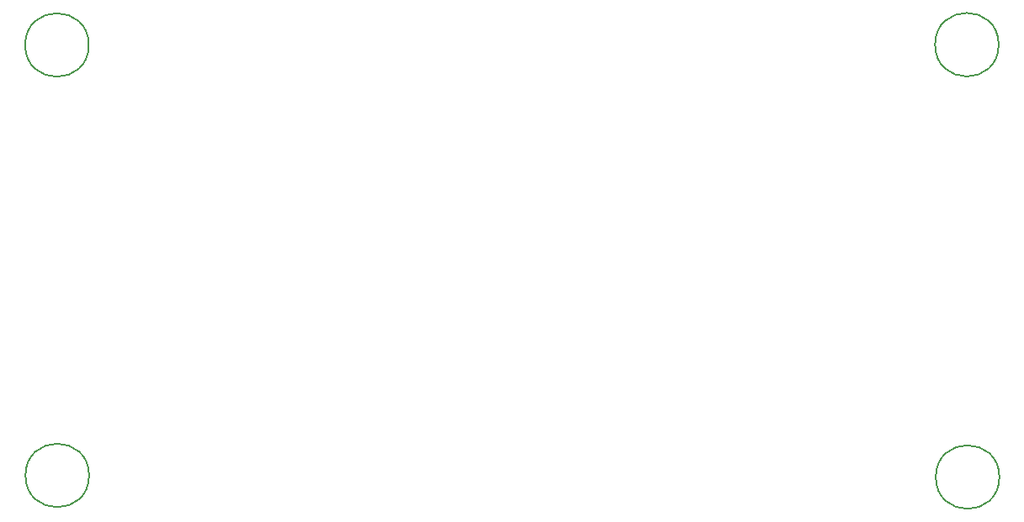
<source format=gbr>
G04 #@! TF.GenerationSoftware,KiCad,Pcbnew,(5.0.2)-1*
G04 #@! TF.CreationDate,2019-08-17T15:57:10+01:00*
G04 #@! TF.ProjectId,SoliCamb Rev 4 PCB,536f6c69-4361-46d6-9220-526576203420,rev?*
G04 #@! TF.SameCoordinates,Original*
G04 #@! TF.FileFunction,Other,Comment*
%FSLAX46Y46*%
G04 Gerber Fmt 4.6, Leading zero omitted, Abs format (unit mm)*
G04 Created by KiCad (PCBNEW (5.0.2)-1) date 8/17/2019 3:57:10 PM*
%MOMM*%
%LPD*%
G01*
G04 APERTURE LIST*
%ADD10C,0.150000*%
G04 APERTURE END LIST*
D10*
G04 #@! TO.C,REF\002A\002A*
X159510000Y-84290000D02*
G75*
G03X159510000Y-84290000I-3200000J0D01*
G01*
X159580000Y-127840000D02*
G75*
G03X159580000Y-127840000I-3200000J0D01*
G01*
X67980000Y-127680000D02*
G75*
G03X67980000Y-127680000I-3200000J0D01*
G01*
X67950000Y-84320000D02*
G75*
G03X67950000Y-84320000I-3200000J0D01*
G01*
G04 #@! TD*
M02*

</source>
